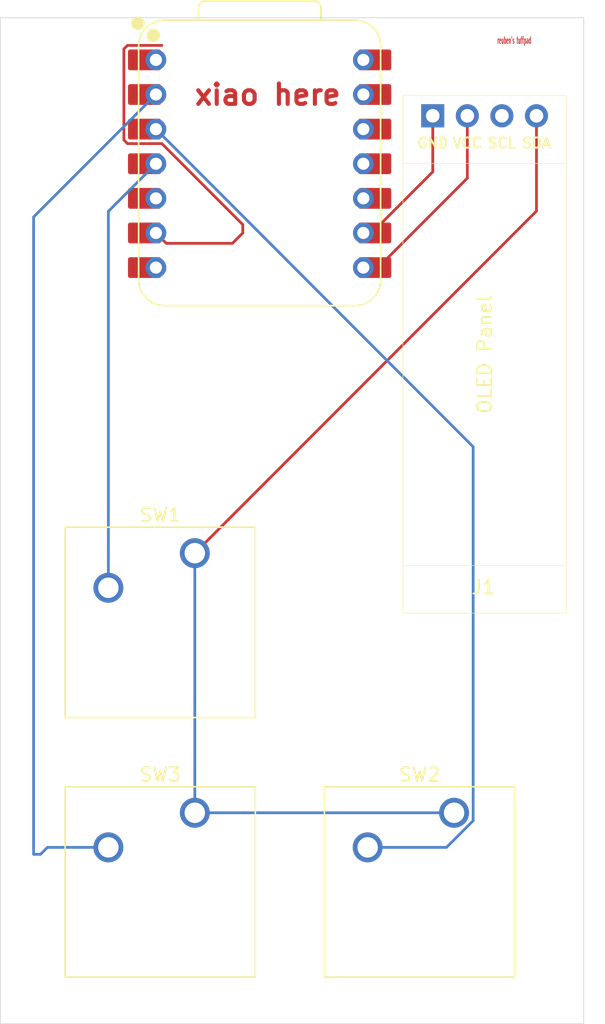
<source format=kicad_pcb>
(kicad_pcb (version 20241229) (generator "pcbnew") (generator_version "9.0")
  (layers (0 "F.Cu" signal) (2 "B.Cu" signal) (13 "F.Paste" user) (15 "B.Paste" user) (5 "F.SilkS" user "F.Silkscreen") (7 "B.SilkS" user "B.Silkscreen") (1 "F.Mask" user) (3 "B.Mask" user) (25 "Edge.Cuts" user))
  (net 0 "")
  (net 1 "GND")
  (net 4 "Net-(U1-GPIO29{slash}ADC3{slash}A3)")
  (net 5 "Net-(U1-GPIO28{slash}ADC2{slash}A2)")
  (net 6 "Net-(U1-GPIO27{slash}ADC1{slash}A1)")
  (net 10 "Net-(J1-Pin_1)")
  (net 11 "Net-(J1-Pin_2)")
  (net 12 "+3.3V")
  (net 13 "unconnected-(U1-GPIO26{slash}ADC0{slash}A0-Pad1)")
  (net 15 "unconnected-(U1-GPIO7{slash}SCL-Pad6)")
  (footprint "Button_Switch_Keyboard:SW_Cherry_MX_1.00u_PCB" (layer "F.Cu") (at 150.01875 76.2)
    (property "Reference" "SW3" (at -2.54 -2.794 0) (layer "F.SilkS"))
    (property "Value" "SW_Push")
    (fp_line (start -9.525 -1.905) (end 4.445 -1.905) (stroke (width 0.12)) (layer "F.SilkS"))
    (fp_line (start -9.525 12.065) (end -9.525 -1.905) (stroke (width 0.12)) (layer "F.SilkS"))
    (fp_line (start 4.445 -1.905) (end 4.445 12.065) (stroke (width 0.12)) (layer "F.SilkS"))
    (fp_line (start 4.445 12.065) (end -9.525 12.065) (stroke (width 0.12)) (layer "F.SilkS"))
    (pad "" np_thru_hole circle (at -7.62 5.08) (size 1.7 1.7) (drill 1.7) (layers "*.Cu" "*.Mask"))
    (pad "" np_thru_hole circle (at -2.54 5.08) (size 4 4) (drill 4) (layers "*.Cu" "*.Mask"))
    (pad "" np_thru_hole circle (at 2.54 5.08) (size 1.7 1.7) (drill 1.7) (layers "*.Cu" "*.Mask"))
    (pad "1" thru_hole circle (at 0 0) (size 2.2 2.2) (drill 1.5) (layers "*.Cu" "*.Mask") (net 1 "GND"))
    (pad "2" thru_hole circle (at -6.35 2.54) (size 2.2 2.2) (drill 1.5) (layers "*.Cu" "*.Mask") (net 6 "Net-(U1-GPIO27{slash}ADC1{slash}A1)"))
  )
  (footprint "OLED:SSD1306-0.91-OLED-4pin-128x32" (layer "F.Cu") (at 165.311 61.557 90)
    (property "Reference" "J1" (at 1.9 5.91 0) (layer "F.SilkS"))
    (property "Value" "Conn_01x04")
    (fp_line (start 38 0) (end 0 0) (stroke (width 0.04)) (layer "F.SilkS"))
    (fp_line (start 33 0) (end 33 12) (stroke (width 0.04)) (layer "F.SilkS"))
    (fp_line (start 3.5 0) (end 3.5 12) (stroke (width 0.04)) (layer "F.SilkS"))
    (fp_line (start 0 0) (end 0 12) (stroke (width 0.04)) (layer "F.SilkS"))
    (fp_line (start 38 12) (end 38 0) (stroke (width 0.04)) (layer "F.SilkS"))
    (fp_line (start 0 12) (end 38 12) (stroke (width 0.04)) (layer "F.SilkS"))
    (fp_text user "SCL" (at 34.5 7.27 0) (layer "F.SilkS") (effects (font (size 0.75 0.75))))
    (fp_text user "GND" (at 34.5 2.19 0) (layer "F.SilkS") (effects (font (size 0.75 0.75))))
    (fp_text user "VCC" (at 34.5 4.73 0) (layer "F.SilkS") (effects (font (size 0.75 0.75))))
    (fp_text user "OLED Panel" (at 19 6 90) (layer "F.SilkS"))
    (fp_text user "SDA" (at 34.5 9.81 0) (layer "F.SilkS") (effects (font (size 0.75 0.75))))
    (pad "1" thru_hole rect (at 36.5 2.19 90) (size 1.7 1.7) (drill 1) (layers "*.Cu" "*.Mask") (net 10 "Net-(J1-Pin_1)"))
    (pad "2" thru_hole oval (at 36.5 4.73 90) (size 1.7 1.7) (drill 1) (layers "*.Cu" "*.Mask") (net 11 "Net-(J1-Pin_2)"))
    (pad "3" thru_hole oval (at 36.5 7.27 90) (size 1.7 1.7) (drill 1) (layers "*.Cu" "*.Mask") (net 12 "+3.3V"))
    (pad "4" thru_hole oval (at 36.5 9.81 90) (size 1.7 1.7) (drill 1) (layers "*.Cu" "*.Mask") (net 1 "GND"))
  )
  (footprint "Button_Switch_Keyboard:SW_Cherry_MX_1.00u_PCB" (layer "F.Cu") (at 169.06875 76.2)
    (property "Reference" "SW2" (at -2.54 -2.794 0) (layer "F.SilkS"))
    (property "Value" "SW_Push" (hide yes))
    (fp_line (start -9.525 -1.905) (end 4.445 -1.905) (stroke (width 0.12)) (layer "F.SilkS"))
    (fp_line (start -9.525 12.065) (end -9.525 -1.905) (stroke (width 0.12)) (layer "F.SilkS"))
    (fp_line (start 4.445 -1.905) (end 4.445 12.065) (stroke (width 0.12)) (layer "F.SilkS"))
    (fp_line (start 4.445 12.065) (end -9.525 12.065) (stroke (width 0.12)) (layer "F.SilkS"))
    (pad "" np_thru_hole circle (at -7.62 5.08) (size 1.7 1.7) (drill 1.7) (layers "*.Cu" "*.Mask"))
    (pad "" np_thru_hole circle (at -2.54 5.08) (size 4 4) (drill 4) (layers "*.Cu" "*.Mask"))
    (pad "" np_thru_hole circle (at 2.54 5.08) (size 1.7 1.7) (drill 1.7) (layers "*.Cu" "*.Mask"))
    (pad "1" thru_hole circle (at 0 0) (size 2.2 2.2) (drill 1.5) (layers "*.Cu" "*.Mask") (net 1 "GND"))
    (pad "2" thru_hole circle (at -6.35 2.54) (size 2.2 2.2) (drill 1.5) (layers "*.Cu" "*.Mask") (net 5 "Net-(U1-GPIO28{slash}ADC2{slash}A2)"))
  )
  (footprint "Button_Switch_Keyboard:SW_Cherry_MX_1.00u_PCB" (layer "F.Cu") (at 150.01875 57.15)
    (property "Reference" "SW1" (at -2.54 -2.794 0) (layer "F.SilkS"))
    (property "Value" "SW_Push")
    (fp_line (start -9.525 -1.905) (end 4.445 -1.905) (stroke (width 0.12)) (layer "F.SilkS"))
    (fp_line (start -9.525 12.065) (end -9.525 -1.905) (stroke (width 0.12)) (layer "F.SilkS"))
    (fp_line (start 4.445 -1.905) (end 4.445 12.065) (stroke (width 0.12)) (layer "F.SilkS"))
    (fp_line (start 4.445 12.065) (end -9.525 12.065) (stroke (width 0.12)) (layer "F.SilkS"))
    (pad "" np_thru_hole circle (at -7.62 5.08) (size 1.7 1.7) (drill 1.7) (layers "*.Cu" "*.Mask"))
    (pad "" np_thru_hole circle (at -2.54 5.08) (size 4 4) (drill 4) (layers "*.Cu" "*.Mask"))
    (pad "" np_thru_hole circle (at 2.54 5.08) (size 1.7 1.7) (drill 1.7) (layers "*.Cu" "*.Mask"))
    (pad "1" thru_hole circle (at 0 0) (size 2.2 2.2) (drill 1.5) (layers "*.Cu" "*.Mask") (net 1 "GND"))
    (pad "2" thru_hole circle (at -6.35 2.54) (size 2.2 2.2) (drill 1.5) (layers "*.Cu" "*.Mask") (net 4 "Net-(U1-GPIO29{slash}ADC3{slash}A3)"))
  )
  (footprint "Audio_Module:AAAAA" (layer "F.Cu") (at 154.78125 28.575)
    (property "Reference" "U1" (hide yes))
    (property "Value" "XIAO-RP2040-DIP")
    (fp_line (start -8.89 8.509) (end -8.89 -8.636) (stroke (width 0.127)) (layer "F.SilkS"))
    (fp_line (start -6.985 10.414) (end 6.985 10.414) (stroke (width 0.127)) (layer "F.SilkS"))
    (fp_line (start -4.495 -10.541) (end -4.491272 -11.451272) (stroke (width 0.127)) (layer "F.SilkS"))
    (fp_line (start -3.991272 -11.951) (end 4.004 -11.951) (stroke (width 0.127)) (layer "F.SilkS"))
    (fp_line (start 4.504 -11.451) (end 4.504 -10.541) (stroke (width 0.127)) (layer "F.SilkS"))
    (fp_line (start 6.985 -10.541) (end -6.985 -10.541) (stroke (width 0.1)) (layer "F.SilkS"))
    (fp_line (start 6.985 -10.541) (end -6.985 -10.541) (stroke (width 0.127)) (layer "F.SilkS"))
    (fp_line (start 8.89 8.509) (end 8.89 -8.636) (stroke (width 0.127)) (layer "F.SilkS"))
    (fp_arc (start -8.89 -8.636) (mid -8.332038 -9.983038) (end -6.985 -10.541) (stroke (width 0.127)) (layer "F.SilkS"))
    (fp_arc (start -6.985 10.414) (mid -8.332038 9.856038) (end -8.89 8.509) (stroke (width 0.127)) (layer "F.SilkS"))
    (fp_arc (start -4.491272 -11.451272) (mid -4.344728 -11.80464) (end -3.991272 -11.951) (stroke (width 0.127)) (layer "F.SilkS"))
    (fp_arc (start 4.004 -11.951) (mid 4.357553 -11.804553) (end 4.504 -11.451) (stroke (width 0.127)) (layer "F.SilkS"))
    (fp_arc (start 6.985 -10.541) (mid 8.332038 -9.983038) (end 8.89 -8.636) (stroke (width 0.127)) (layer "F.SilkS"))
    (fp_arc (start 8.89 8.509) (mid 8.332038 9.856038) (end 6.985 10.414) (stroke (width 0.127)) (layer "F.SilkS"))
    (fp_circle (center -8.95 -10.3) (end -8.95 -10.554) (stroke (width 0.5)) (fill yes) (layer "F.SilkS"))
    (fp_circle (center -7.807 -9.42) (end -7.807 -9.674) (stroke (width 0.5)) (fill yes) (layer "F.SilkS"))
    (pad "1" smd roundrect (at -8.455 -7.62 180) (size 2.432 1.524) (layers "F.Cu" "F.Mask") (roundrect_rratio 0.1) (net 13 "unconnected-(U1-GPIO26{slash}ADC0{slash}A0-Pad1)"))
    (pad "1" thru_hole circle (at -7.62 -7.62 180) (size 1.524 1.524) (drill 0.889) (layers "*.Cu" "*.Mask") (net 13 "unconnected-(U1-GPIO26{slash}ADC0{slash}A0-Pad1)"))
    (pad "2" smd roundrect (at -8.455 -5.08 180) (size 2.432 1.524) (layers "F.Cu" "F.Mask") (roundrect_rratio 0.1) (net 6 "Net-(U1-GPIO27{slash}ADC1{slash}A1)"))
    (pad "2" thru_hole circle (at -7.62 -5.08 180) (size 1.524 1.524) (drill 0.889) (layers "*.Cu" "*.Mask") (net 6 "Net-(U1-GPIO27{slash}ADC1{slash}A1)"))
    (pad "3" smd roundrect (at -8.455 -2.54 180) (size 2.432 1.524) (layers "F.Cu" "F.Mask") (roundrect_rratio 0.1) (net 5 "Net-(U1-GPIO28{slash}ADC2{slash}A2)"))
    (pad "3" thru_hole circle (at -7.62 -2.54 180) (size 1.524 1.524) (drill 0.889) (layers "*.Cu" "*.Mask") (net 5 "Net-(U1-GPIO28{slash}ADC2{slash}A2)"))
    (pad "4" smd roundrect (at -8.455 0 180) (size 2.432 1.524) (layers "F.Cu" "F.Mask") (roundrect_rratio 0.1) (net 4 "Net-(U1-GPIO29{slash}ADC3{slash}A3)"))
    (pad "4" thru_hole circle (at -7.62 0 180) (size 1.524 1.524) (drill 0.889) (layers "*.Cu" "*.Mask") (net 4 "Net-(U1-GPIO29{slash}ADC3{slash}A3)"))
    (pad "5" smd roundrect (at -8.455 2.54 180) (size 2.432 1.524) (layers "F.Cu" "F.Mask") (roundrect_rratio 0.1))
    (pad "5" thru_hole circle (at -7.62 2.54 180) (size 1.524 1.524) (drill 0.889) (layers "*.Cu" "*.Mask"))
    (pad "6" smd roundrect (at -8.455 5.08 180) (size 2.432 1.524) (layers "F.Cu" "F.Mask") (roundrect_rratio 0.1) (net 15 "unconnected-(U1-GPIO7{slash}SCL-Pad6)"))
    (pad "6" thru_hole circle (at -7.62 5.08 180) (size 1.524 1.524) (drill 0.889) (layers "*.Cu" "*.Mask") (net 15 "unconnected-(U1-GPIO7{slash}SCL-Pad6)"))
    (pad "7" smd roundrect (at -8.455 7.62 180) (size 2.432 1.524) (layers "F.Cu" "F.Mask") (roundrect_rratio 0.1))
    (pad "7" thru_hole circle (at -7.62 7.62 180) (size 1.524 1.524) (drill 0.889) (layers "*.Cu" "*.Mask"))
    (pad "8" thru_hole circle (at 7.62 7.62) (size 1.524 1.524) (drill 0.889) (layers "*.Cu" "*.Mask") (net 11 "Net-(J1-Pin_2)"))
    (pad "8" smd roundrect (at 8.455 7.62) (size 2.432 1.524) (layers "F.Cu" "F.Mask") (roundrect_rratio 0.1) (net 11 "Net-(J1-Pin_2)"))
    (pad "9" thru_hole circle (at 7.62 5.08) (size 1.524 1.524) (drill 0.889) (layers "*.Cu" "*.Mask") (net 10 "Net-(J1-Pin_1)"))
    (pad "9" smd roundrect (at 8.455 5.08) (size 2.432 1.524) (layers "F.Cu" "F.Mask") (roundrect_rratio 0.1) (net 10 "Net-(J1-Pin_1)"))
    (pad "10" thru_hole circle (at 7.62 2.54) (size 1.524 1.524) (drill 0.889) (layers "*.Cu" "*.Mask"))
    (pad "10" smd roundrect (at 8.455 2.54) (size 2.432 1.524) (layers "F.Cu" "F.Mask") (roundrect_rratio 0.1))
    (pad "11" thru_hole circle (at 7.62 0) (size 1.524 1.524) (drill 0.889) (layers "*.Cu" "*.Mask"))
    (pad "11" smd roundrect (at 8.455 0) (size 2.432 1.524) (layers "F.Cu" "F.Mask") (roundrect_rratio 0.1))
    (pad "12" thru_hole circle (at 7.62 -2.54) (size 1.524 1.524) (drill 0.889) (layers "*.Cu" "*.Mask"))
    (pad "12" smd roundrect (at 8.455 -2.54) (size 2.432 1.524) (layers "F.Cu" "F.Mask") (roundrect_rratio 0.1))
    (pad "13" thru_hole circle (at 7.62 -5.08) (size 1.524 1.524) (drill 0.889) (layers "*.Cu" "*.Mask"))
    (pad "13" smd roundrect (at 8.455 -5.08) (size 2.432 1.524) (layers "F.Cu" "F.Mask") (roundrect_rratio 0.1))
    (pad "14" thru_hole circle (at 7.62 -7.62) (size 1.524 1.524) (drill 0.889) (layers "*.Cu" "*.Mask"))
    (pad "14" smd roundrect (at 8.455 -7.62) (size 2.432 1.524) (layers "F.Cu" "F.Mask") (roundrect_rratio 0.1))
  )
  (gr_rect (start 135.73125 17.859375) (end 178.59375 91.678125) (stroke (width 0.05)) (fill no) (layer "Edge.Cuts"))
  (gr_text "xiao here" (at 149.86 24.384 0) (layer "F.Cu") (effects (font (size 1.5 1.5) (thickness 0.3) (bold yes)) (justify left bottom)))
  (gr_text "reuben's tuffpad" (at 172.212 19.812 0) (layer "F.Cu") (effects (font (size 0.5 0.2) (thickness 0.05) (bold yes)) (justify left bottom)))
  (segment (start 175.121 25.057) (end 175.121 32.04775) (width 0.2) (layer "F.Cu") (net 1))
  (segment (start 175.121 32.04775) (end 150.01875 57.15) (width 0.2) (layer "F.Cu") (net 1))
  (segment (start 150.01875 57.15) (end 150.01875 76.2) (width 0.2) (layer "B.Cu") (net 1))
  (segment (start 150.01875 76.2) (end 169.06875 76.2) (width 0.2) (layer "B.Cu") (net 1))
  (segment (start 147.16125 28.575) (end 143.66875 32.0675) (width 0.2) (layer "B.Cu") (net 4))
  (segment (start 143.66875 32.0675) (end 143.66875 59.69) (width 0.2) (layer "B.Cu") (net 4))
  (segment (start 170.46975 76.780314) (end 170.46975 49.3435) (width 0.2) (layer "B.Cu") (net 5))
  (segment (start 162.71875 78.74) (end 168.510064 78.74) (width 0.2) (layer "B.Cu") (net 5))
  (segment (start 168.510064 78.74) (end 170.46975 76.780314) (width 0.2) (layer "B.Cu") (net 5))
  (segment (start 170.46975 49.3435) (end 147.16125 26.035) (width 0.2) (layer "B.Cu") (net 5))
  (segment (start 138.176 32.48025) (end 138.176 79.248) (width 0.2) (layer "B.Cu") (net 6))
  (segment (start 139.192 78.74) (end 143.66875 78.74) (width 0.2) (layer "B.Cu") (net 6))
  (segment (start 147.16125 23.495) (end 138.176 32.48025) (width 0.2) (layer "B.Cu") (net 6))
  (segment (start 138.176 79.248) (end 138.684 79.248) (width 0.2) (layer "B.Cu") (net 6))
  (segment (start 138.684 79.248) (end 139.192 78.74) (width 0.2) (layer "B.Cu") (net 6))
  (segment (start 167.501 29.168876) (end 163.014876 33.655) (width 0.2) (layer "F.Cu") (net 10))
  (segment (start 167.501 25.057) (end 167.501 29.168876) (width 0.2) (layer "F.Cu") (net 10))
  (segment (start 162.40125 33.655) (end 163.47888 33.655) (width 0.2) (layer "F.Cu") (net 10))
  (segment (start 163.014876 33.655) (end 162.40125 33.655) (width 0.2) (layer "F.Cu") (net 10))
  (segment (start 170.041 29.63288) (end 163.47888 36.195) (width 0.2) (layer "F.Cu") (net 11))
  (segment (start 162.40125 36.195) (end 162.7625 36.55625) (width 0.2) (layer "F.Cu") (net 11))
  (segment (start 163.23625 36.195) (end 162.40125 36.195) (width 0.2) (layer "F.Cu") (net 11))
  (segment (start 170.041 25.057) (end 170.041 29.63288) (width 0.2) (layer "F.Cu") (net 11))
  (segment (start 163.47888 36.195) (end 162.40125 36.195) (width 0.2) (layer "F.Cu") (net 11))
  (segment (start 147.16125 20.955) (end 146.08362 20.955) (width 0.2) (layer "F.Cu") (net 13))
  (segment (start 147.923249 34.416999) (end 152.781001 34.416999) (width 0.2) (layer "F.Cu") (net 15))
  (segment (start 147.16125 33.655) (end 147.923249 34.416999) (width 0.2) (layer "F.Cu") (net 15))
  (segment (start 144.80925 20.153374) (end 145.070624 19.892) (width 0.2) (layer "F.Cu") (net 15))
  (segment (start 145.070624 19.892) (end 147.60156 19.892) (width 0.2) (layer "F.Cu") (net 15))
  (segment (start 147.60156 27.098) (end 145.070624 27.098) (width 0.2) (layer "F.Cu") (net 15))
  (segment (start 153.543 33.03944) (end 147.60156 27.098) (width 0.2) (layer "F.Cu") (net 15))
  (segment (start 153.543 33.655) (end 153.543 33.03944) (width 0.2) (layer "F.Cu") (net 15))
  (segment (start 152.781001 34.416999) (end 153.543 33.655) (width 0.2) (layer "F.Cu") (net 15))
  (segment (start 147.16125 33.655) (end 146.547624 33.655) (width 0.2) (layer "F.Cu") (net 15))
  (segment (start 145.070624 27.098) (end 144.80925 26.836626) (width 0.2) (layer "F.Cu") (net 15))
  (segment (start 144.80925 26.836626) (end 144.80925 20.153374) (width 0.2) (layer "F.Cu") (net 15))
)
</source>
